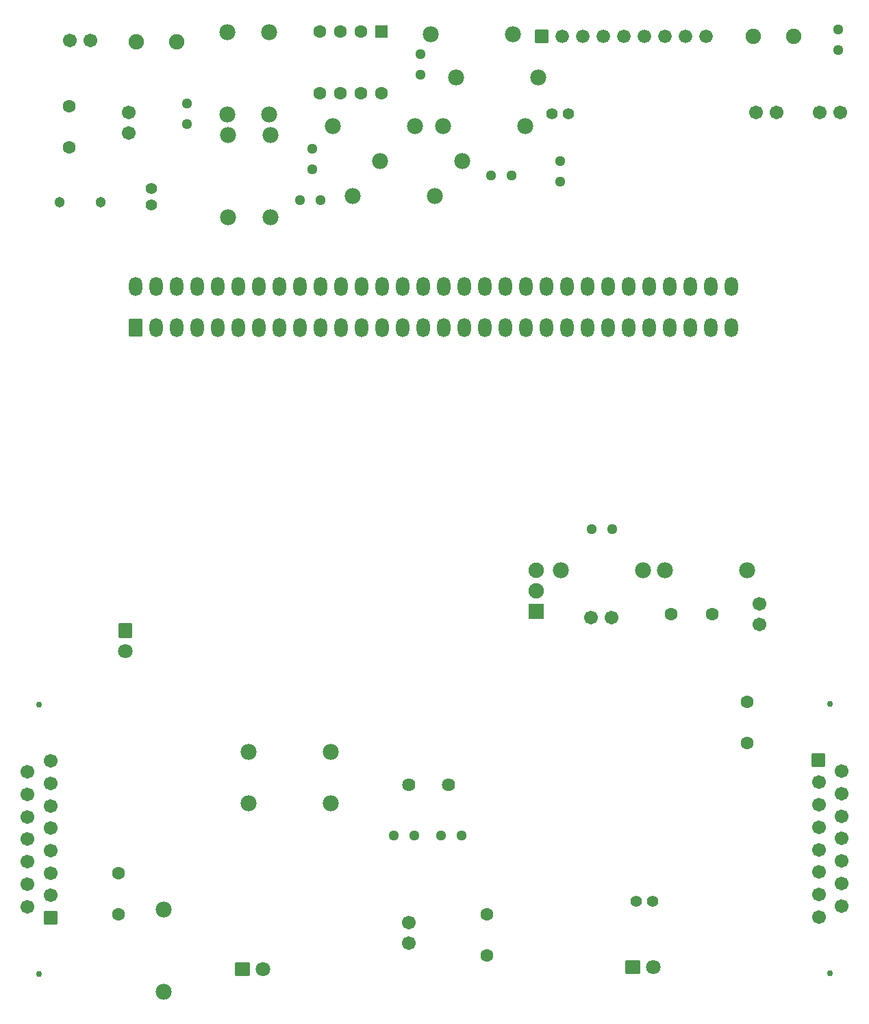
<source format=gts>
G04 Layer: TopSolderMaskLayer*
G04 EasyEDA v6.5.22, 2023-03-19 17:04:27*
G04 f7d942f30ce042ed8feb9a49e77c6dc6,a2f4cb7aa3704937908c5b59a0d1150c,10*
G04 Gerber Generator version 0.2*
G04 Scale: 100 percent, Rotated: No, Reflected: No *
G04 Dimensions in millimeters *
G04 leading zeros omitted , absolute positions ,4 integer and 5 decimal *
%FSLAX45Y45*%
%MOMM*%

%AMMACRO1*1,1,$1,$2,$3*1,1,$1,$4,$5*1,1,$1,0-$2,0-$3*1,1,$1,0-$4,0-$5*20,1,$1,$2,$3,$4,$5,0*20,1,$1,$4,$5,0-$2,0-$3,0*20,1,$1,0-$2,0-$3,0-$4,0-$5,0*20,1,$1,0-$4,0-$5,$2,$3,0*4,1,4,$2,$3,$4,$5,0-$2,0-$3,0-$4,0-$5,$2,$3,0*%
%ADD10C,1.2954*%
%ADD11C,1.6016*%
%ADD12C,1.7016*%
%ADD13MACRO1,0.1016X-0.85X0.7874X0.85X0.7874*%
%ADD14C,1.8016*%
%ADD15C,1.9812*%
%ADD16C,1.4016*%
%ADD17C,1.3016*%
%ADD18MACRO1,0.1016X-0.7874X0.7874X0.7874X0.7874*%
%ADD19C,1.6764*%
%ADD20C,1.9016*%
%ADD21MACRO1,0.1016X0.7874X0.85X0.7874X-0.85*%
%ADD22O,1.9015964X1.9015964*%
%ADD23MACRO1,0.1016X-0.9X0.9X0.9X0.9*%
%ADD24C,1.6256*%
%ADD25MACRO1,0.1016X0.75X0.75X0.75X-0.75*%
%ADD26MACRO1,0.1016X0.8001X0.8001X0.8001X-0.8001*%
%ADD27C,0.7516*%
%ADD28MACRO1,0.1016X-0.8001X-0.8001X-0.8001X0.8001*%
%ADD29O,1.62306X2.3622*%
%ADD30MACRO1,0.2032X-0.7099X1.016X0.7099X1.016*%

%LPD*%
D10*
G01*
X10553700Y13995400D03*
G01*
X10299700Y13995400D03*
G01*
X8089900Y14071600D03*
G01*
X8089900Y14325600D03*
G01*
X11150600Y13919200D03*
G01*
X11150600Y14173200D03*
G01*
X7937500Y13690600D03*
G01*
X8191500Y13690600D03*
D11*
G01*
X10248900Y4356100D03*
G01*
X10248900Y4864100D03*
D12*
G01*
X9283700Y4762500D03*
G01*
X9283700Y4508500D03*
D13*
G01*
X7226301Y4191000D03*
D14*
G01*
X7480300Y4191000D03*
D15*
G01*
X6248400Y4927600D03*
G01*
X6248400Y3911600D03*
D12*
G01*
X13614400Y8699500D03*
G01*
X13614400Y8445500D03*
G01*
X14617700Y14770100D03*
G01*
X14363700Y14770100D03*
G01*
X5816600Y14770100D03*
G01*
X5816600Y14516100D03*
G01*
X5346700Y15659100D03*
G01*
X5092700Y15659100D03*
G01*
X13830300Y14770100D03*
G01*
X13576300Y14770100D03*
G01*
X11531600Y8534400D03*
G01*
X11785600Y8534400D03*
D11*
G01*
X12522200Y8572500D03*
G01*
X13030200Y8572500D03*
G01*
X5689600Y5372100D03*
G01*
X5689600Y4864100D03*
G01*
X13462000Y7493000D03*
G01*
X13462000Y6985000D03*
G01*
X5080000Y14338300D03*
G01*
X5080000Y14846300D03*
D16*
G01*
X11050600Y14757400D03*
G01*
X11250599Y14757400D03*
G01*
X12291999Y5029200D03*
G01*
X12092000Y5029200D03*
G01*
X6096000Y13628700D03*
G01*
X6096000Y13828699D03*
D10*
G01*
X9677400Y5842000D03*
G01*
X9931400Y5842000D03*
G01*
X9093200Y5842000D03*
G01*
X9347200Y5842000D03*
G01*
X14592300Y15544800D03*
G01*
X14592300Y15798800D03*
G01*
X6540500Y14630400D03*
G01*
X6540500Y14884400D03*
G01*
X11544300Y9626600D03*
G01*
X11798300Y9626600D03*
G01*
X9423400Y15240000D03*
G01*
X9423400Y15494000D03*
D17*
G01*
X4965700Y13665200D03*
G01*
X5473700Y13665200D03*
D18*
G01*
X10922000Y15709900D03*
D19*
G01*
X11176000Y15709900D03*
G01*
X11430000Y15709900D03*
G01*
X11684000Y15709900D03*
G01*
X11938000Y15709900D03*
G01*
X12192000Y15709900D03*
G01*
X12446000Y15709900D03*
G01*
X12700000Y15709900D03*
G01*
X12954000Y15709900D03*
D20*
G01*
X5909513Y15646400D03*
G01*
X6409512Y15646400D03*
G01*
X13542213Y15709900D03*
G01*
X14042212Y15709900D03*
D21*
G01*
X5778500Y8369298D03*
D14*
G01*
X5778500Y8115300D03*
D13*
G01*
X12052301Y4216400D03*
D14*
G01*
X12306300Y4216400D03*
D22*
G01*
X10858500Y9118600D03*
G01*
X10858500Y8864600D03*
D23*
G01*
X10858500Y8610600D03*
D24*
G01*
X9281007Y6464300D03*
G01*
X9768992Y6464300D03*
D15*
G01*
X12446000Y9118600D03*
G01*
X13462000Y9118600D03*
G01*
X11163300Y9118600D03*
G01*
X12179300Y9118600D03*
G01*
X7302500Y6870700D03*
G01*
X8318500Y6870700D03*
G01*
X7302500Y6235700D03*
G01*
X8318500Y6235700D03*
G01*
X9601200Y13741400D03*
G01*
X8585200Y13741400D03*
G01*
X7556500Y15760700D03*
G01*
X7556500Y14744700D03*
G01*
X9359900Y14605000D03*
G01*
X8343900Y14605000D03*
G01*
X7035800Y15760700D03*
G01*
X7035800Y14744700D03*
G01*
X8928100Y14173200D03*
G01*
X9944100Y14173200D03*
G01*
X10566400Y15735300D03*
G01*
X9550400Y15735300D03*
G01*
X7569200Y13474700D03*
G01*
X7569200Y14490700D03*
G01*
X7048500Y13474700D03*
G01*
X7048500Y14490700D03*
G01*
X10718800Y14605000D03*
G01*
X9702800Y14605000D03*
G01*
X10883900Y15201900D03*
G01*
X9867900Y15201900D03*
D11*
G01*
X8178800Y15011400D03*
G01*
X8432800Y15011400D03*
G01*
X8686800Y15011400D03*
G01*
X8940800Y15011400D03*
G01*
X8178800Y15773400D03*
G01*
X8432800Y15773400D03*
G01*
X8686800Y15773400D03*
D25*
G01*
X8940800Y15773400D03*
D12*
G01*
X4851654Y6760718D03*
G01*
X4851654Y6483857D03*
G01*
X4851654Y6206744D03*
G01*
X4851654Y5929884D03*
G01*
X4851654Y5652770D03*
G01*
X4851654Y5375910D03*
G01*
X4851654Y5098795D03*
D26*
G01*
X4855184Y4823510D03*
D12*
G01*
X4567427Y6623812D03*
G01*
X4567427Y6346952D03*
G01*
X4567427Y6069837D03*
G01*
X4567427Y5792978D03*
G01*
X4567427Y5515863D03*
G01*
X4567427Y5239004D03*
G01*
X4567427Y4961889D03*
D27*
G01*
X4712461Y4127500D03*
G01*
X4712970Y7457439D03*
D12*
G01*
X14350745Y4834381D03*
G01*
X14350745Y5111242D03*
G01*
X14350745Y5388355D03*
G01*
X14350745Y5665215D03*
G01*
X14350745Y5942329D03*
G01*
X14350745Y6219189D03*
G01*
X14350745Y6496304D03*
D28*
G01*
X14347215Y6771589D03*
D12*
G01*
X14634972Y4971287D03*
G01*
X14634972Y5248147D03*
G01*
X14634972Y5525262D03*
G01*
X14634972Y5802121D03*
G01*
X14634972Y6079236D03*
G01*
X14634972Y6356095D03*
G01*
X14634972Y6633210D03*
D27*
G01*
X14489938Y7467600D03*
G01*
X14489429Y4137660D03*
D29*
G01*
X6413500Y12623800D03*
G01*
X6413500Y12115800D03*
G01*
X6159500Y12623800D03*
G01*
X6667500Y12623800D03*
G01*
X6921500Y12623800D03*
G01*
X5905500Y12623800D03*
D30*
G01*
X5905500Y12115800D03*
D29*
G01*
X6159500Y12115800D03*
G01*
X6667500Y12115800D03*
G01*
X6921500Y12115800D03*
G01*
X7175500Y12623800D03*
G01*
X7175500Y12115800D03*
G01*
X7937500Y12623800D03*
G01*
X7937500Y12115800D03*
G01*
X7683500Y12623800D03*
G01*
X8191500Y12623800D03*
G01*
X8445500Y12623800D03*
G01*
X7429500Y12623800D03*
G01*
X7429500Y12115800D03*
G01*
X7683500Y12115800D03*
G01*
X8191500Y12115800D03*
G01*
X8445500Y12115800D03*
G01*
X8699500Y12623800D03*
G01*
X8699500Y12115800D03*
G01*
X9461500Y12623800D03*
G01*
X9461500Y12115800D03*
G01*
X9207500Y12623800D03*
G01*
X9715500Y12623800D03*
G01*
X9969500Y12623800D03*
G01*
X8953500Y12623800D03*
G01*
X8953500Y12115800D03*
G01*
X9207500Y12115800D03*
G01*
X9715500Y12115800D03*
G01*
X9969500Y12115800D03*
G01*
X10223500Y12623800D03*
G01*
X10223500Y12115800D03*
G01*
X10985500Y12623800D03*
G01*
X10985500Y12115800D03*
G01*
X10731500Y12623800D03*
G01*
X11239500Y12623800D03*
G01*
X11493500Y12623800D03*
G01*
X10477500Y12623800D03*
G01*
X10477500Y12115800D03*
G01*
X10731500Y12115800D03*
G01*
X11239500Y12115800D03*
G01*
X11493500Y12115800D03*
G01*
X11747500Y12623800D03*
G01*
X11747500Y12115800D03*
G01*
X12509500Y12623800D03*
G01*
X12509500Y12115800D03*
G01*
X12255500Y12623800D03*
G01*
X12763500Y12623800D03*
G01*
X13017500Y12623800D03*
G01*
X12001500Y12623800D03*
G01*
X12001500Y12115800D03*
G01*
X12255500Y12115800D03*
G01*
X12763500Y12115800D03*
G01*
X13017500Y12115800D03*
G01*
X13271500Y12623800D03*
G01*
X13271500Y12115800D03*
D30*
G01*
X5905500Y12115800D03*
D29*
G01*
X5905500Y12623800D03*
M02*

</source>
